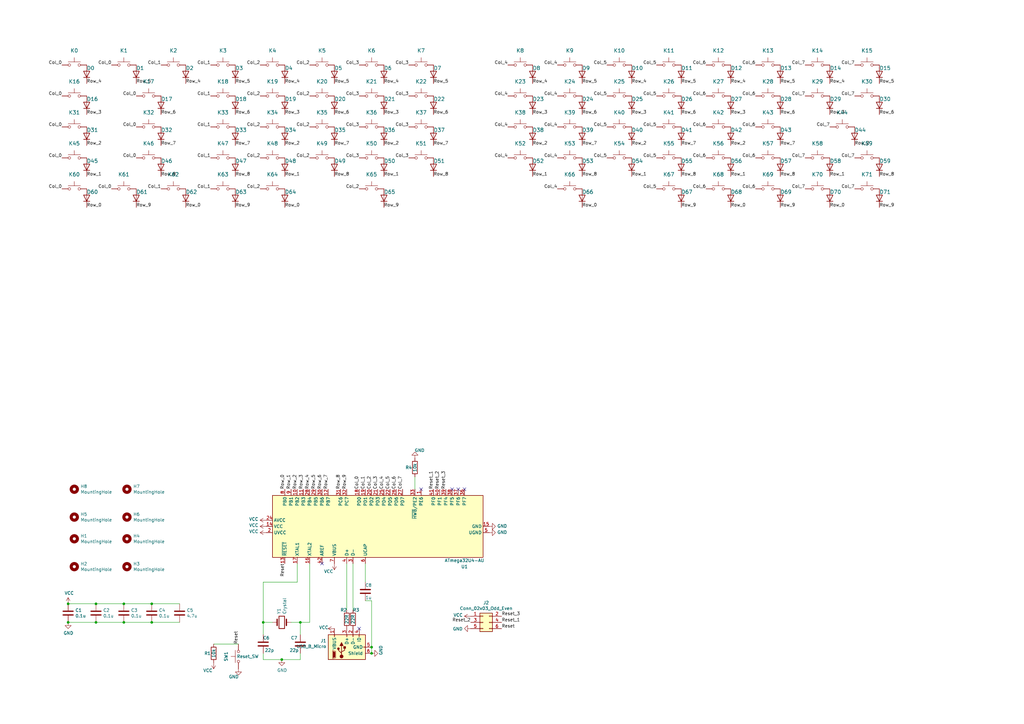
<source format=kicad_sch>
(kicad_sch (version 20211123) (generator eeschema)
  (paper "A3")
  (title_block (title "NetRazr_rev2") (date "2023-01-08 14:59") (comment 1 "Author: ") (comment 2 "Generated by klepcbgen.py v0.1"))
  (junction (at 39.37 255.27))
  (junction (at 50.8 247.65))
  (junction (at 62.23 255.27))
  (junction (at 27.94 255.27))
  (junction (at 123.19 255.27))
  (junction (at 152.4 267.97))
  (junction (at 27.94 247.65))
  (junction (at 107.95 255.27))
  (junction (at 62.23 247.65))
  (junction (at 50.8 255.27))
  (junction (at 152.4 265.43))
  (junction (at 39.37 247.65))
  (junction (at 115.57 270.51))
  (no_connect (at 190.5 200.66))
  (no_connect (at 189.23 -41.91))
  (no_connect (at 172.72 200.66))
  (no_connect (at 187.96 200.66))
  (no_connect (at 147.32 257.81))
  (no_connect (at 185.42 200.66))
  (no_connect (at 132.08 231.14))
  (wire (pts (xy 127 255.27) (xy 123.19 255.27)))
  (wire (pts (xy 121.92 238.76) (xy 107.95 238.76)))
  (wire (pts (xy 50.8 255.27) (xy 62.23 255.27)))
  (wire (pts (xy 144.78 250.19) (xy 144.78 231.14)))
  (wire (pts (xy 170.18 195.58) (xy 170.18 200.66)))
  (wire (pts (xy 152.4 267.97) (xy 152.4 265.43)))
  (wire (pts (xy 107.95 270.51) (xy 115.57 270.51)))
  (wire (pts (xy 62.23 255.27) (xy 73.66 255.27)))
  (wire (pts (xy 142.24 250.19) (xy 142.24 231.14)))
  (wire (pts (xy 152.4 246.38) (xy 149.86 246.38)))
  (wire (pts (xy 39.37 247.65) (xy 50.8 247.65)))
  (wire (pts (xy 121.92 231.14) (xy 121.92 238.76)))
  (wire (pts (xy 119.38 255.27) (xy 123.19 255.27)))
  (wire (pts (xy 127 231.14) (xy 127 255.27)))
  (wire (pts (xy 62.23 247.65) (xy 73.66 247.65)))
  (wire (pts (xy 152.4 265.43) (xy 152.4 246.38)))
  (wire (pts (xy 107.95 270.51) (xy 107.95 267.97)))
  (wire (pts (xy 123.19 270.51) (xy 123.19 267.97)))
  (wire (pts (xy 50.8 247.65) (xy 62.23 247.65)))
  (wire (pts (xy 39.37 255.27) (xy 50.8 255.27)))
  (wire (pts (xy 123.19 255.27) (xy 123.19 260.35)))
  (wire (pts (xy 27.94 255.27) (xy 39.37 255.27)))
  (wire (pts (xy 27.94 247.65) (xy 39.37 247.65)))
  (wire (pts (xy 107.95 260.35) (xy 107.95 255.27)))
  (wire (pts (xy 111.76 255.27) (xy 107.95 255.27)))
  (wire (pts (xy 115.57 270.51) (xy 123.19 270.51)))
  (wire (pts (xy 149.86 231.14) (xy 149.86 238.76)))
  (wire (pts (xy 87.63 264.16) (xy 97.79 264.16)))
  (wire (pts (xy 107.95 255.27) (xy 107.95 238.76)))
  (label "Col_4" (at 157.48 200.66 90))
  (label "Col_0" (at 45.72 77.47 180))
  (label "Row_8" (at 139.7 200.66 90))
  (label "Row_5" (at 55.88 34.29 0))
  (label "Row_4" (at 259.08 34.29 0))
  (label "Row_2" (at 350.52 59.69 0))
  (label "Row_5" (at 96.52 34.29 0))
  (label "Row_1" (at 299.72 72.39 0))
  (label "Reset_3" (at 205.74 252.73 0))
  (label "Row_6" (at 66.04 46.99 0))
  (label "Col_4" (at 228.6 52.07 180))
  (label "Col_4" (at 228.6 39.37 180))
  (label "Row_9" (at 279.4 85.09 0))
  (label "Col_1" (at 86.36 39.37 180))
  (label "Col_5" (at 269.24 64.77 180))
  (label "Row_6" (at 177.8 46.99 0))
  (label "Col_7" (at 330.2 26.67 180))
  (label "Col_2" (at 127 26.67 180))
  (label "Row_4" (at 116.84 34.29 0))
  (label "Col_2" (at 127 52.07 180))
  (label "Col_6" (at 289.56 39.37 180))
  (label "Row_1" (at 218.44 72.39 0))
  (label "Row_1" (at 157.48 72.39 0))
  (label "Row_9" (at 96.52 85.09 0))
  (label "Row_7" (at 320.04 59.69 0))
  (label "Col_7" (at 350.52 64.77 180))
  (label "Col_1" (at 86.36 77.47 180))
  (label "Row_8" (at 96.52 72.39 0))
  (label "Col_4" (at 208.28 64.77 180))
  (label "Row_1" (at 35.56 72.39 0))
  (label "Col_7" (at 330.2 77.47 180))
  (label "Row_0" (at 238.76 85.09 0))
  (label "Row_4" (at 299.72 34.29 0))
  (label "Row_6" (at 238.76 46.99 0))
  (label "Col_6" (at 309.88 64.77 180))
  (label "Row_0" (at 76.2 85.09 0))
  (label "Col_0" (at 147.32 200.66 90))
  (label "Col_3" (at 167.64 64.77 180))
  (label "Row_2" (at 116.84 59.69 0))
  (label "Row_0" (at 340.36 85.09 0))
  (label "Row_3" (at 299.72 46.99 0))
  (label "Col_6" (at 289.56 64.77 180))
  (label "Row_5" (at 360.68 34.29 0))
  (label "Col_7" (at 330.2 39.37 180))
  (label "Reset_1" (at 177.8 200.66 90))
  (label "Col_2" (at 127 64.77 180))
  (label "Row_2" (at 35.56 59.69 0))
  (label "Row_2" (at 259.08 59.69 0))
  (label "Row_1" (at 116.84 72.39 0))
  (label "Row_8" (at 66.04 72.39 0))
  (label "Col_7" (at 165.1 200.66 90))
  (label "Row_4" (at 157.48 34.29 0))
  (label "Row_0" (at 116.84 85.09 0))
  (label "Row_1" (at 119.38 200.66 90))
  (label "Col_0" (at 55.88 39.37 180))
  (label "Col_4" (at 228.6 77.47 180))
  (label "Col_6" (at 309.88 52.07 180))
  (label "Row_5" (at 177.8 34.29 0))
  (label "Row_7" (at 134.62 200.66 90))
  (label "Col_6" (at 309.88 26.67 180))
  (label "Col_1" (at 149.86 200.66 90))
  (label "Reset_1" (at 205.74 255.27 0))
  (label "Row_7" (at 177.8 59.69 0))
  (label "Reset_3" (at 182.88 200.66 90))
  (label "Row_8" (at 177.8 72.39 0))
  (label "Row_0" (at 116.84 200.66 90))
  (label "Row_2" (at 157.48 59.69 0))
  (label "Col_7" (at 340.36 52.07 180))
  (label "Row_2" (at 121.92 200.66 90))
  (label "Col_3" (at 167.64 26.67 180))
  (label "Row_5" (at 238.76 34.29 0))
  (label "Row_3" (at 157.48 46.99 0))
  (label "Col_3" (at 147.32 26.67 180))
  (label "Row_3" (at 218.44 46.99 0))
  (label "Row_1" (at 340.36 72.39 0))
  (label "Row_7" (at 137.16 59.69 0))
  (label "Col_5" (at 269.24 26.67 180))
  (label "Col_2" (at 106.68 77.47 180))
  (label "Row_6" (at 96.52 46.99 0))
  (label "Col_2" (at 106.68 39.37 180))
  (label "Reset_2" (at 193.04 255.27 180))
  (label "Col_6" (at 309.88 39.37 180))
  (label "Col_1" (at 86.36 64.77 180))
  (label "Col_5" (at 269.24 52.07 180))
  (label "Row_9" (at 320.04 85.09 0))
  (label "Row_5" (at 137.16 34.29 0))
  (label "Col_2" (at 147.32 77.47 180))
  (label "Col_3" (at 147.32 39.37 180))
  (label "Row_2" (at 218.44 59.69 0))
  (label "Row_7" (at 279.4 59.69 0))
  (label "Col_0" (at 25.4 64.77 180))
  (label "Col_6" (at 289.56 77.47 180))
  (label "Col_7" (at 350.52 26.67 180))
  (label "Row_3" (at 259.08 46.99 0))
  (label "Col_0" (at 25.4 52.07 180))
  (label "Row_6" (at 360.68 46.99 0))
  (label "Col_2" (at 106.68 52.07 180))
  (label "Row_4" (at 340.36 34.29 0))
  (label "Row_7" (at 238.76 59.69 0))
  (label "Col_4" (at 208.28 52.07 180))
  (label "Col_1" (at 86.36 26.67 180))
  (label "Row_4" (at 35.56 34.29 0))
  (label "Col_5" (at 248.92 64.77 180))
  (label "Col_1" (at 66.04 77.47 180))
  (label "Col_4" (at 208.28 39.37 180))
  (label "Row_1" (at 259.08 72.39 0))
  (label "Reset" (at 205.74 257.81 0))
  (label "Col_1" (at 66.04 26.67 180))
  (label "Col_4" (at 208.28 26.67 180))
  (label "Col_6" (at 289.56 52.07 180))
  (label "Row_8" (at 360.68 72.39 0))
  (label "Row_9" (at 360.68 85.09 0))
  (label "Row_6" (at 279.4 46.99 0))
  (label "Col_5" (at 269.24 77.47 180))
  (label "Col_1" (at 86.36 52.07 180))
  (label "Row_9" (at 55.88 85.09 0))
  (label "Reset" (at 116.84 231.14 270))
  (label "Col_3" (at 147.32 52.07 180))
  (label "Row_0" (at 299.72 85.09 0))
  (label "Row_8" (at 320.04 72.39 0))
  (label "Row_9" (at 142.24 200.66 90))
  (label "Col_2" (at 127 39.37 180))
  (label "Col_6" (at 289.56 26.67 180))
  (label "Col_3" (at 167.64 39.37 180))
  (label "Row_4" (at 218.44 34.29 0))
  (label "Col_5" (at 248.92 26.67 180))
  (label "Col_0" (at 25.4 77.47 180))
  (label "Col_0" (at 25.4 26.67 180))
  (label "Col_2" (at 152.4 200.66 90))
  (label "Row_7" (at 96.52 59.69 0))
  (label "Row_5" (at 320.04 34.29 0))
  (label "Row_4" (at 76.2 34.29 0))
  (label "Row_2" (at 299.72 59.69 0))
  (label "Col_7" (at 330.2 64.77 180))
  (label "Row_6" (at 137.16 46.99 0))
  (label "Col_6" (at 162.56 200.66 90))
  (label "Col_4" (at 228.6 64.77 180))
  (label "Col_6" (at 309.88 77.47 180))
  (label "Row_3" (at 124.46 200.66 90))
  (label "Col_0" (at 25.4 39.37 180))
  (label "Col_5" (at 248.92 39.37 180))
  (label "Row_5" (at 279.4 34.29 0))
  (label "Col_5" (at 269.24 39.37 180))
  (label "Col_7" (at 350.52 39.37 180))
  (label "Row_3" (at 116.84 46.99 0))
  (label "Col_5" (at 248.92 52.07 180))
  (label "Col_5" (at 160.02 200.66 90))
  (label "Row_4" (at 127 200.66 90))
  (label "Col_2" (at 106.68 26.67 180))
  (label "Row_6" (at 132.08 200.66 90))
  (label "Row_0" (at 35.56 85.09 0))
  (label "Col_3" (at 167.64 52.07 180))
  (label "Row_5" (at 129.54 200.66 90))
  (label "Row_6" (at 320.04 46.99 0))
  (label "Row_3" (at 35.56 46.99 0))
  (label "Row_7" (at 66.04 59.69 0))
  (label "Row_8" (at 279.4 72.39 0))
  (label "Row_3" (at 340.36 46.99 0))
  (label "Col_0" (at 45.72 26.67 180))
  (label "Col_7" (at 350.52 77.47 180))
  (label "Col_0" (at 55.88 52.07 180))
  (label "Row_8" (at 238.76 72.39 0))
  (label "Reset_2" (at 180.34 200.66 90))
  (label "Col_4" (at 228.6 26.67 180))
  (label "Row_9" (at 157.48 85.09 0))
  (label "Row_8" (at 137.16 72.39 0))
  (label "Col_3" (at 147.32 64.77 180))
  (label "Col_3" (at 154.94 200.66 90))
  (label "Reset" (at 97.79 264.16 90))
  (label "Col_0" (at 55.88 64.77 180))
  (label "Col_2" (at 106.68 64.77 180))
  (symbol (lib_id "Device:D") (at 259.08 30.48 90) (unit 1)
    (property "Reference" "D10" (at 259.08 27.94 90) (effects (font (size 1.524 1.524)) (justify right)))
    (property "Value" "D" (effects hide))
    (property "Footprint" "Diode_SMD:D_0805_2012Metric_Pad1.15x1.40mm_HandSolder" (effects hide))
  )
  (symbol (lib_id "Device:D") (at 279.4 30.48 90) (unit 1)
    (property "Reference" "D11" (at 279.4 27.94 90) (effects (font (size 1.524 1.524)) (justify right)))
    (property "Value" "D" (effects hide))
    (property "Footprint" "Diode_SMD:D_0805_2012Metric_Pad1.15x1.40mm_HandSolder" (effects hide))
  )
  (symbol (lib_id "Device:D") (at 299.72 30.48 90) (unit 1)
    (property "Reference" "D12" (at 299.72 27.94 90) (effects (font (size 1.524 1.524)) (justify right)))
    (property "Value" "D" (effects hide))
    (property "Footprint" "Diode_SMD:D_0805_2012Metric_Pad1.15x1.40mm_HandSolder" (effects hide))
  )
  (symbol (lib_id "Device:D") (at 320.04 30.48 90) (unit 1)
    (property "Reference" "D13" (at 320.04 27.94 90) (effects (font (size 1.524 1.524)) (justify right)))
    (property "Value" "D" (effects hide))
    (property "Footprint" "Diode_SMD:D_0805_2012Metric_Pad1.15x1.40mm_HandSolder" (effects hide))
  )
  (symbol (lib_id "Device:D") (at 340.36 30.48 90) (unit 1)
    (property "Reference" "D14" (at 340.36 27.94 90) (effects (font (size 1.524 1.524)) (justify right)))
    (property "Value" "D" (effects hide))
    (property "Footprint" "Diode_SMD:D_0805_2012Metric_Pad1.15x1.40mm_HandSolder" (effects hide))
  )
  (symbol (lib_id "Device:D") (at 360.68 30.48 90) (unit 1)
    (property "Reference" "D15" (at 360.68 27.94 90) (effects (font (size 1.524 1.524)) (justify right)))
    (property "Value" "D" (effects hide))
    (property "Footprint" "Diode_SMD:D_0805_2012Metric_Pad1.15x1.40mm_HandSolder" (effects hide))
  )
  (symbol (lib_id "Device:D") (at 35.56 43.18 90) (unit 1)
    (property "Reference" "D16" (at 35.56 40.64 90) (effects (font (size 1.524 1.524)) (justify right)))
    (property "Value" "D" (effects hide))
    (property "Footprint" "Diode_SMD:D_0805_2012Metric_Pad1.15x1.40mm_HandSolder" (effects hide))
  )
  (symbol (lib_id "Device:D") (at 66.04 43.18 90) (unit 1)
    (property "Reference" "D17" (at 66.04 40.64 90) (effects (font (size 1.524 1.524)) (justify right)))
    (property "Value" "D" (effects hide))
    (property "Footprint" "Diode_SMD:D_0805_2012Metric_Pad1.15x1.40mm_HandSolder" (effects hide))
  )
  (symbol (lib_id "Device:D") (at 96.52 43.18 90) (unit 1)
    (property "Reference" "D18" (at 96.52 40.64 90) (effects (font (size 1.524 1.524)) (justify right)))
    (property "Value" "D" (effects hide))
    (property "Footprint" "Diode_SMD:D_0805_2012Metric_Pad1.15x1.40mm_HandSolder" (effects hide))
  )
  (symbol (lib_id "Device:D") (at 116.84 43.18 90) (unit 1)
    (property "Reference" "D19" (at 116.84 40.64 90) (effects (font (size 1.524 1.524)) (justify right)))
    (property "Value" "D" (effects hide))
    (property "Footprint" "Diode_SMD:D_0805_2012Metric_Pad1.15x1.40mm_HandSolder" (effects hide))
  )
  (symbol (lib_id "Device:D") (at 137.16 43.18 90) (unit 1)
    (property "Reference" "D20" (at 137.16 40.64 90) (effects (font (size 1.524 1.524)) (justify right)))
    (property "Value" "D" (effects hide))
    (property "Footprint" "Diode_SMD:D_0805_2012Metric_Pad1.15x1.40mm_HandSolder" (effects hide))
  )
  (symbol (lib_id "Device:D") (at 157.48 43.18 90) (unit 1)
    (property "Reference" "D21" (at 157.48 40.64 90) (effects (font (size 1.524 1.524)) (justify right)))
    (property "Value" "D" (effects hide))
    (property "Footprint" "Diode_SMD:D_0805_2012Metric_Pad1.15x1.40mm_HandSolder" (effects hide))
  )
  (symbol (lib_id "Device:D") (at 177.8 43.18 90) (unit 1)
    (property "Reference" "D22" (at 177.8 40.64 90) (effects (font (size 1.524 1.524)) (justify right)))
    (property "Value" "D" (effects hide))
    (property "Footprint" "Diode_SMD:D_0805_2012Metric_Pad1.15x1.40mm_HandSolder" (effects hide))
  )
  (symbol (lib_id "Device:D") (at 218.44 43.18 90) (unit 1)
    (property "Reference" "D23" (at 218.44 40.64 90) (effects (font (size 1.524 1.524)) (justify right)))
    (property "Value" "D" (effects hide))
    (property "Footprint" "Diode_SMD:D_0805_2012Metric_Pad1.15x1.40mm_HandSolder" (effects hide))
  )
  (symbol (lib_id "Device:D") (at 238.76 43.18 90) (unit 1)
    (property "Reference" "D24" (at 238.76 40.64 90) (effects (font (size 1.524 1.524)) (justify right)))
    (property "Value" "D" (effects hide))
    (property "Footprint" "Diode_SMD:D_0805_2012Metric_Pad1.15x1.40mm_HandSolder" (effects hide))
  )
  (symbol (lib_id "Device:D") (at 259.08 43.18 90) (unit 1)
    (property "Reference" "D25" (at 259.08 40.64 90) (effects (font (size 1.524 1.524)) (justify right)))
    (property "Value" "D" (effects hide))
    (property "Footprint" "Diode_SMD:D_0805_2012Metric_Pad1.15x1.40mm_HandSolder" (effects hide))
  )
  (symbol (lib_id "Device:D") (at 279.4 43.18 90) (unit 1)
    (property "Reference" "D26" (at 279.4 40.64 90) (effects (font (size 1.524 1.524)) (justify right)))
    (property "Value" "D" (effects hide))
    (property "Footprint" "Diode_SMD:D_0805_2012Metric_Pad1.15x1.40mm_HandSolder" (effects hide))
  )
  (symbol (lib_id "Device:D") (at 299.72 43.18 90) (unit 1)
    (property "Reference" "D27" (at 299.72 40.64 90) (effects (font (size 1.524 1.524)) (justify right)))
    (property "Value" "D" (effects hide))
    (property "Footprint" "Diode_SMD:D_0805_2012Metric_Pad1.15x1.40mm_HandSolder" (effects hide))
  )
  (symbol (lib_id "Device:D") (at 320.04 43.18 90) (unit 1)
    (property "Reference" "D28" (at 320.04 40.64 90) (effects (font (size 1.524 1.524)) (justify right)))
    (property "Value" "D" (effects hide))
    (property "Footprint" "Diode_SMD:D_0805_2012Metric_Pad1.15x1.40mm_HandSolder" (effects hide))
  )
  (symbol (lib_id "Device:D") (at 340.36 43.18 90) (unit 1)
    (property "Reference" "D29" (at 340.36 40.64 90) (effects (font (size 1.524 1.524)) (justify right)))
    (property "Value" "D" (effects hide))
    (property "Footprint" "Diode_SMD:D_0805_2012Metric_Pad1.15x1.40mm_HandSolder" (effects hide))
  )
  (symbol (lib_id "Device:D") (at 360.68 43.18 90) (unit 1)
    (property "Reference" "D30" (at 360.68 40.64 90) (effects (font (size 1.524 1.524)) (justify right)))
    (property "Value" "D" (effects hide))
    (property "Footprint" "Diode_SMD:D_0805_2012Metric_Pad1.15x1.40mm_HandSolder" (effects hide))
  )
  (symbol (lib_id "Device:D") (at 35.56 55.88 90) (unit 1)
    (property "Reference" "D31" (at 35.56 53.34 90) (effects (font (size 1.524 1.524)) (justify right)))
    (property "Value" "D" (effects hide))
    (property "Footprint" "Diode_SMD:D_0805_2012Metric_Pad1.15x1.40mm_HandSolder" (effects hide))
  )
  (symbol (lib_id "Device:D") (at 66.04 55.88 90) (unit 1)
    (property "Reference" "D32" (at 66.04 53.34 90) (effects (font (size 1.524 1.524)) (justify right)))
    (property "Value" "D" (effects hide))
    (property "Footprint" "Diode_SMD:D_0805_2012Metric_Pad1.15x1.40mm_HandSolder" (effects hide))
  )
  (symbol (lib_id "Device:D") (at 96.52 55.88 90) (unit 1)
    (property "Reference" "D33" (at 96.52 53.34 90) (effects (font (size 1.524 1.524)) (justify right)))
    (property "Value" "D" (effects hide))
    (property "Footprint" "Diode_SMD:D_0805_2012Metric_Pad1.15x1.40mm_HandSolder" (effects hide))
  )
  (symbol (lib_id "Device:D") (at 116.84 55.88 90) (unit 1)
    (property "Reference" "D34" (at 116.84 53.34 90) (effects (font (size 1.524 1.524)) (justify right)))
    (property "Value" "D" (effects hide))
    (property "Footprint" "Diode_SMD:D_0805_2012Metric_Pad1.15x1.40mm_HandSolder" (effects hide))
  )
  (symbol (lib_id "Device:D") (at 137.16 55.88 90) (unit 1)
    (property "Reference" "D35" (at 137.16 53.34 90) (effects (font (size 1.524 1.524)) (justify right)))
    (property "Value" "D" (effects hide))
    (property "Footprint" "Diode_SMD:D_0805_2012Metric_Pad1.15x1.40mm_HandSolder" (effects hide))
  )
  (symbol (lib_id "Device:D") (at 157.48 55.88 90) (unit 1)
    (property "Reference" "D36" (at 157.48 53.34 90) (effects (font (size 1.524 1.524)) (justify right)))
    (property "Value" "D" (effects hide))
    (property "Footprint" "Diode_SMD:D_0805_2012Metric_Pad1.15x1.40mm_HandSolder" (effects hide))
  )
  (symbol (lib_id "Device:D") (at 177.8 55.88 90) (unit 1)
    (property "Reference" "D37" (at 177.8 53.34 90) (effects (font (size 1.524 1.524)) (justify right)))
    (property "Value" "D" (effects hide))
    (property "Footprint" "Diode_SMD:D_0805_2012Metric_Pad1.15x1.40mm_HandSolder" (effects hide))
  )
  (symbol (lib_id "Device:D") (at 218.44 55.88 90) (unit 1)
    (property "Reference" "D38" (at 218.44 53.34 90) (effects (font (size 1.524 1.524)) (justify right)))
    (property "Value" "D" (effects hide))
    (property "Footprint" "Diode_SMD:D_0805_2012Metric_Pad1.15x1.40mm_HandSolder" (effects hide))
  )
  (symbol (lib_id "Device:D") (at 238.76 55.88 90) (unit 1)
    (property "Reference" "D39" (at 238.76 53.34 90) (effects (font (size 1.524 1.524)) (justify right)))
    (property "Value" "D" (effects hide))
    (property "Footprint" "Diode_SMD:D_0805_2012Metric_Pad1.15x1.40mm_HandSolder" (effects hide))
  )
  (symbol (lib_id "Device:D") (at 259.08 55.88 90) (unit 1)
    (property "Reference" "D40" (at 259.08 53.34 90) (effects (font (size 1.524 1.524)) (justify right)))
    (property "Value" "D" (effects hide))
    (property "Footprint" "Diode_SMD:D_0805_2012Metric_Pad1.15x1.40mm_HandSolder" (effects hide))
  )
  (symbol (lib_id "Device:D") (at 279.4 55.88 90) (unit 1)
    (property "Reference" "D41" (at 279.4 53.34 90) (effects (font (size 1.524 1.524)) (justify right)))
    (property "Value" "D" (effects hide))
    (property "Footprint" "Diode_SMD:D_0805_2012Metric_Pad1.15x1.40mm_HandSolder" (effects hide))
  )
  (symbol (lib_id "Device:D") (at 299.72 55.88 90) (unit 1)
    (property "Reference" "D42" (at 299.72 53.34 90) (effects (font (size 1.524 1.524)) (justify right)))
    (property "Value" "D" (effects hide))
    (property "Footprint" "Diode_SMD:D_0805_2012Metric_Pad1.15x1.40mm_HandSolder" (effects hide))
  )
  (symbol (lib_id "Device:D") (at 320.04 55.88 90) (unit 1)
    (property "Reference" "D43" (at 320.04 53.34 90) (effects (font (size 1.524 1.524)) (justify right)))
    (property "Value" "D" (effects hide))
    (property "Footprint" "Diode_SMD:D_0805_2012Metric_Pad1.15x1.40mm_HandSolder" (effects hide))
  )
  (symbol (lib_id "Device:D") (at 350.52 55.88 90) (unit 1)
    (property "Reference" "D44" (at 350.52 53.34 90) (effects (font (size 1.524 1.524)) (justify right)))
    (property "Value" "D" (effects hide))
    (property "Footprint" "Diode_SMD:D_0805_2012Metric_Pad1.15x1.40mm_HandSolder" (effects hide))
  )
  (symbol (lib_id "Device:D") (at 35.56 68.58 90) (unit 1)
    (property "Reference" "D45" (at 35.56 66.04 90) (effects (font (size 1.524 1.524)) (justify right)))
    (property "Value" "D" (effects hide))
    (property "Footprint" "Diode_SMD:D_0805_2012Metric_Pad1.15x1.40mm_HandSolder" (effects hide))
  )
  (symbol (lib_id "Device:D") (at 66.04 68.58 90) (unit 1)
    (property "Reference" "D46" (at 66.04 66.04 90) (effects (font (size 1.524 1.524)) (justify right)))
    (property "Value" "D" (effects hide))
    (property "Footprint" "Diode_SMD:D_0805_2012Metric_Pad1.15x1.40mm_HandSolder" (effects hide))
  )
  (symbol (lib_id "Device:D") (at 96.52 68.58 90) (unit 1)
    (property "Reference" "D47" (at 96.52 66.04 90) (effects (font (size 1.524 1.524)) (justify right)))
    (property "Value" "D" (effects hide))
    (property "Footprint" "Diode_SMD:D_0805_2012Metric_Pad1.15x1.40mm_HandSolder" (effects hide))
  )
  (symbol (lib_id "Device:D") (at 116.84 68.58 90) (unit 1)
    (property "Reference" "D48" (at 116.84 66.04 90) (effects (font (size 1.524 1.524)) (justify right)))
    (property "Value" "D" (effects hide))
    (property "Footprint" "Diode_SMD:D_0805_2012Metric_Pad1.15x1.40mm_HandSolder" (effects hide))
  )
  (symbol (lib_id "Device:D") (at 137.16 68.58 90) (unit 1)
    (property "Reference" "D49" (at 137.16 66.04 90) (effects (font (size 1.524 1.524)) (justify right)))
    (property "Value" "D" (effects hide))
    (property "Footprint" "Diode_SMD:D_0805_2012Metric_Pad1.15x1.40mm_HandSolder" (effects hide))
  )
  (symbol (lib_id "Device:D") (at 157.48 68.58 90) (unit 1)
    (property "Reference" "D50" (at 157.48 66.04 90) (effects (font (size 1.524 1.524)) (justify right)))
    (property "Value" "D" (effects hide))
    (property "Footprint" "Diode_SMD:D_0805_2012Metric_Pad1.15x1.40mm_HandSolder" (effects hide))
  )
  (symbol (lib_id "Device:D") (at 177.8 68.58 90) (unit 1)
    (property "Reference" "D51" (at 177.8 66.04 90) (effects (font (size 1.524 1.524)) (justify right)))
    (property "Value" "D" (effects hide))
    (property "Footprint" "Diode_SMD:D_0805_2012Metric_Pad1.15x1.40mm_HandSolder" (effects hide))
  )
  (symbol (lib_id "Device:D") (at 218.44 68.58 90) (unit 1)
    (property "Reference" "D52" (at 218.44 66.04 90) (effects (font (size 1.524 1.524)) (justify right)))
    (property "Value" "D" (effects hide))
    (property "Footprint" "Diode_SMD:D_0805_2012Metric_Pad1.15x1.40mm_HandSolder" (effects hide))
  )
  (symbol (lib_id "Device:D") (at 238.76 68.58 90) (unit 1)
    (property "Reference" "D53" (at 238.76 66.04 90) (effects (font (size 1.524 1.524)) (justify right)))
    (property "Value" "D" (effects hide))
    (property "Footprint" "Diode_SMD:D_0805_2012Metric_Pad1.15x1.40mm_HandSolder" (effects hide))
  )
  (symbol (lib_id "Device:D") (at 259.08 68.58 90) (unit 1)
    (property "Reference" "D54" (at 259.08 66.04 90) (effects (font (size 1.524 1.524)) (justify right)))
    (property "Value" "D" (effects hide))
    (property "Footprint" "Diode_SMD:D_0805_2012Metric_Pad1.15x1.40mm_HandSolder" (effects hide))
  )
  (symbol (lib_id "Device:D") (at 279.4 68.58 90) (unit 1)
    (property "Reference" "D55" (at 279.4 66.04 90) (effects (font (size 1.524 1.524)) (justify right)))
    (property "Value" "D" (effects hide))
    (property "Footprint" "Diode_SMD:D_0805_2012Metric_Pad1.15x1.40mm_HandSolder" (effects hide))
  )
  (symbol (lib_id "Device:D") (at 299.72 68.58 90) (unit 1)
    (property "Reference" "D56" (at 299.72 66.04 90) (effects (font (size 1.524 1.524)) (justify right)))
    (property "Value" "D" (effects hide))
    (property "Footprint" "Diode_SMD:D_0805_2012Metric_Pad1.15x1.40mm_HandSolder" (effects hide))
  )
  (symbol (lib_id "Device:D") (at 320.04 68.58 90) (unit 1)
    (property "Reference" "D57" (at 320.04 66.04 90) (effects (font (size 1.524 1.524)) (justify right)))
    (property "Value" "D" (effects hide))
    (property "Footprint" "Diode_SMD:D_0805_2012Metric_Pad1.15x1.40mm_HandSolder" (effects hide))
  )
  (symbol (lib_id "Device:D") (at 340.36 68.58 90) (unit 1)
    (property "Reference" "D58" (at 340.36 66.04 90) (effects (font (size 1.524 1.524)) (justify right)))
    (property "Value" "D" (effects hide))
    (property "Footprint" "Diode_SMD:D_0805_2012Metric_Pad1.15x1.40mm_HandSolder" (effects hide))
  )
  (symbol (lib_id "Device:D") (at 360.68 68.58 90) (unit 1)
    (property "Reference" "D59" (at 360.68 66.04 90) (effects (font (size 1.524 1.524)) (justify right)))
    (property "Value" "D" (effects hide))
    (property "Footprint" "Diode_SMD:D_0805_2012Metric_Pad1.15x1.40mm_HandSolder" (effects hide))
  )
  (symbol (lib_id "Device:D") (at 35.56 81.28 90) (unit 1)
    (property "Reference" "D60" (at 35.56 78.74 90) (effects (font (size 1.524 1.524)) (justify right)))
    (property "Value" "D" (effects hide))
    (property "Footprint" "Diode_SMD:D_0805_2012Metric_Pad1.15x1.40mm_HandSolder" (effects hide))
  )
  (symbol (lib_id "Device:D") (at 55.88 81.28 90) (unit 1)
    (property "Reference" "D61" (at 55.88 78.74 90) (effects (font (size 1.524 1.524)) (justify right)))
    (property "Value" "D" (effects hide))
    (property "Footprint" "Diode_SMD:D_0805_2012Metric_Pad1.15x1.40mm_HandSolder" (effects hide))
  )
  (symbol (lib_id "Device:D") (at 76.2 81.28 90) (unit 1)
    (property "Reference" "D62" (at 76.2 78.74 90) (effects (font (size 1.524 1.524)) (justify right)))
    (property "Value" "D" (effects hide))
    (property "Footprint" "Diode_SMD:D_0805_2012Metric_Pad1.15x1.40mm_HandSolder" (effects hide))
  )
  (symbol (lib_id "Device:D") (at 96.52 81.28 90) (unit 1)
    (property "Reference" "D63" (at 96.52 78.74 90) (effects (font (size 1.524 1.524)) (justify right)))
    (property "Value" "D" (effects hide))
    (property "Footprint" "Diode_SMD:D_0805_2012Metric_Pad1.15x1.40mm_HandSolder" (effects hide))
  )
  (symbol (lib_id "Device:D") (at 116.84 81.28 90) (unit 1)
    (property "Reference" "D64" (at 116.84 78.74 90) (effects (font (size 1.524 1.524)) (justify right)))
    (property "Value" "D" (effects hide))
    (property "Footprint" "Diode_SMD:D_0805_2012Metric_Pad1.15x1.40mm_HandSolder" (effects hide))
  )
  (symbol (lib_id "Device:D") (at 157.48 81.28 90) (unit 1)
    (property "Reference" "D65" (at 157.48 78.74 90) (effects (font (size 1.524 1.524)) (justify right)))
    (property "Value" "D" (effects hide))
    (property "Footprint" "Diode_SMD:D_0805_2012Metric_Pad1.15x1.40mm_HandSolder" (effects hide))
  )
  (symbol (lib_id "Device:D") (at 238.76 81.28 90) (unit 1)
    (property "Reference" "D66" (at 238.76 78.74 90) (effects (font (size 1.524 1.524)) (justify right)))
    (property "Value" "D" (effects hide))
    (property "Footprint" "Diode_SMD:D_0805_2012Metric_Pad1.15x1.40mm_HandSolder" (effects hide))
  )
  (symbol (lib_id "Device:D") (at 279.4 81.28 90) (unit 1)
    (property "Reference" "D67" (at 279.4 78.74 90) (effects (font (size 1.524 1.524)) (justify right)))
    (property "Value" "D" (effects hide))
    (property "Footprint" "Diode_SMD:D_0805_2012Metric_Pad1.15x1.40mm_HandSolder" (effects hide))
  )
  (symbol (lib_id "Device:D") (at 299.72 81.28 90) (unit 1)
    (property "Reference" "D68" (at 299.72 78.74 90) (effects (font (size 1.524 1.524)) (justify right)))
    (property "Value" "D" (effects hide))
    (property "Footprint" "Diode_SMD:D_0805_2012Metric_Pad1.15x1.40mm_HandSolder" (effects hide))
  )
  (symbol (lib_id "Device:D") (at 320.04 81.28 90) (unit 1)
    (property "Reference" "D69" (at 320.04 78.74 90) (effects (font (size 1.524 1.524)) (justify right)))
    (property "Value" "D" (effects hide))
    (property "Footprint" "Diode_SMD:D_0805_2012Metric_Pad1.15x1.40mm_HandSolder" (effects hide))
  )
  (symbol (lib_id "Device:D") (at 340.36 81.28 90) (unit 1)
    (property "Reference" "D70" (at 340.36 78.74 90) (effects (font (size 1.524 1.524)) (justify right)))
    (property "Value" "D" (effects hide))
    (property "Footprint" "Diode_SMD:D_0805_2012Metric_Pad1.15x1.40mm_HandSolder" (effects hide))
  )
  (symbol (lib_id "Device:D") (at 360.68 81.28 90) (unit 1)
    (property "Reference" "D71" (at 360.68 78.74 90) (effects (font (size 1.524 1.524)) (justify right)))
    (property "Value" "D" (effects hide))
    (property "Footprint" "Diode_SMD:D_0805_2012Metric_Pad1.15x1.40mm_HandSolder" (effects hide))
  )
  (symbol (lib_id "power:GND") (at 115.57 270.51 0) (unit 1)
    (property "Reference" "#PWR0101" (effects hide))
    (property "Value" "GND" (at 115.697 274.9042 0))
  )
  (symbol (lib_id "power:GND") (at 27.94 255.27 0) (unit 1)
    (property "Reference" "#PWR0102" (effects hide))
    (property "Value" "GND" (at 28.067 259.6642 0))
  )
  (symbol (lib_id "power:VCC") (at 27.94 247.65 0) (unit 1)
    (property "Reference" "#PWR0103" (effects hide))
    (property "Value" "VCC" (at 28.3718 243.2558 0))
  )
  (symbol (lib_id "power:VCC") (at 87.63 271.78 180) (unit 1)
    (property "Reference" "#PWR0104" (effects hide))
    (property "Value" "VCC" (at 87.1728 275.0058 0) (effects (justify left)))
  )
  (symbol (lib_id "power:GND") (at 97.79 274.32 0) (unit 1)
    (property "Reference" "#PWR0105" (effects hide))
    (property "Value" "GND" (at 97.917 277.5712 0) (effects (justify right)))
  )
  (symbol (lib_id "power:GND") (at 170.18 187.96 180) (unit 1)
    (property "Reference" "#PWR0106" (effects hide))
    (property "Value" "GND" (at 170.053 184.7088 0) (effects (justify right)))
  )
  (symbol (lib_id "Device:C") (at 149.86 242.57 0) (unit 1)
    (property "Reference" "C8" (at 151.13 240.03 0))
    (property "Value" "1u" (at 151.13 245.11 0))
    (property "Footprint" "Capacitor_SMD:C_0805_2012Metric_Pad1.15x1.40mm_HandSolder" (effects hide))
  )
  (symbol (lib_id "power:GND") (at 152.4 267.97 90) (unit 1)
    (property "Reference" "#PWR0107" (effects hide))
    (property "Value" "GND" (at 156.21 266.7 0))
  )
  (symbol (lib_id "power:VCC") (at 109.22 213.36 90) (unit 1)
    (property "Reference" "#PWR0108" (effects hide))
    (property "Value" "VCC" (at 105.9688 212.9282 90) (effects (justify left)))
  )
  (symbol (lib_id "Mechanical:MountingHole") (at 30.48 232.41 0) (unit 1)
    (property "Reference" "H2" (at 33.02 231.2416 0) (effects (justify left)))
    (property "Value" "MountingHole" (at 33.02 233.553 0) (effects (justify left)))
    (property "Footprint" "MountingHole:MountingHole_3.2mm_M3_DIN965" (effects hide))
  )
  (symbol (lib_id "Mechanical:MountingHole") (at 30.48 220.98 0) (unit 1)
    (property "Reference" "H1" (at 33.02 219.8116 0) (effects (justify left)))
    (property "Value" "MountingHole" (at 33.02 222.123 0) (effects (justify left)))
    (property "Footprint" "MountingHole:MountingHole_3.2mm_M3_DIN965" (effects hide))
  )
  (symbol (lib_id "power:VCC") (at 109.22 215.9 90) (unit 1)
    (property "Reference" "#PWR0110" (effects hide))
    (property "Value" "VCC" (at 105.9942 215.4428 90) (effects (justify left)))
  )
  (symbol (lib_id "Mechanical:MountingHole") (at 52.07 220.98 0) (unit 1)
    (property "Reference" "H4" (at 54.61 219.8116 0) (effects (justify left)))
    (property "Value" "MountingHole" (at 54.61 222.123 0) (effects (justify left)))
    (property "Footprint" "MountingHole:MountingHole_3.2mm_M3_DIN965" (effects hide))
  )
  (symbol (lib_id "power:GND") (at 200.66 215.9 90) (unit 1)
    (property "Reference" "#PWR0111" (effects hide))
    (property "Value" "GND" (at 203.9112 215.773 90) (effects (justify right)))
  )
  (symbol (lib_id "Mechanical:MountingHole") (at 52.07 232.41 0) (unit 1)
    (property "Reference" "H3" (at 54.61 231.2416 0) (effects (justify left)))
    (property "Value" "MountingHole" (at 54.61 233.553 0) (effects (justify left)))
    (property "Footprint" "MountingHole:MountingHole_3.2mm_M3_DIN965" (effects hide))
  )
  (symbol (lib_id "power:GND") (at 200.66 218.44 90) (unit 1)
    (property "Reference" "#PWR0113" (effects hide))
    (property "Value" "GND" (at 203.9112 218.313 90) (effects (justify right)))
  )
  (symbol (lib_id "power:VCC") (at 137.16 231.14 180) (unit 1)
    (property "Reference" "#PWR0116" (effects hide))
    (property "Value" "VCC" (at 136.7028 234.3658 0) (effects (justify left)))
  )
  (symbol (lib_id "MCU_Microchip_ATmega:ATmega32U4-A") (at 154.94 215.9 90) (unit 1)
    (property "Reference" "U1" (at 190.5 232.41 90))
    (property "Value" "ATmega32U4-AU" (at 190.5 229.87 90))
    (property "Footprint" "Package_QFP:TQFP-44_10x10mm_P0.8mm" (effects hide))
    (property "Datasheet" "http://ww1.microchip.com/downloads/en/DeviceDoc/Atmel-7766-8-bit-AVR-ATmega16U4-32U4_Datasheet.pdf" (effects hide))
  )
  (symbol (lib_id "power:VCC") (at 109.22 218.44 90) (unit 1)
    (property "Reference" "#PWR01" (effects hide))
    (property "Value" "VCC" (at 105.9942 217.9828 90) (effects (justify left)))
  )
  (symbol (lib_id "Device:R") (at 142.24 254 0) (unit 1)
    (property "Reference" "R2" (at 140.97 250.19 0))
    (property "Value" "22R" (at 142.24 254 90))
    (property "Footprint" "Resistor_SMD:R_0805_2012Metric_Pad1.15x1.40mm_HandSolder" (effects hide))
  )
  (symbol (lib_id "Device:R") (at 144.78 254 0) (unit 1)
    (property "Reference" "R3" (at 146.05 250.19 0))
    (property "Value" "22R" (at 144.78 254 90))
    (property "Footprint" "Resistor_SMD:R_0805_2012Metric_Pad1.15x1.40mm_HandSolder" (effects hide))
  )
  (symbol (lib_id "Device:R") (at 170.18 191.77 0) (unit 1)
    (property "Reference" "R4" (at 167.64 191.77 0))
    (property "Value" "10k" (at 170.18 191.77 90))
    (property "Footprint" "Resistor_SMD:R_0805_2012Metric_Pad1.15x1.40mm_HandSolder" (effects hide))
  )
  (symbol (lib_id "Device:R") (at 87.63 267.97 0) (unit 1)
    (property "Reference" "R1" (at 85.09 267.97 0))
    (property "Value" "10k" (at 87.63 267.97 90))
    (property "Footprint" "Resistor_SMD:R_0805_2012Metric_Pad1.15x1.40mm_HandSolder" (effects hide))
  )
  (symbol (lib_id "Switch:SW_Push") (at 97.79 269.24 90) (unit 1)
    (property "Reference" "SW1" (at 92.71 269.24 0))
    (property "Value" "Reset_SW" (at 101.6 269.24 90))
    (property "Footprint" "Button_Switch_SMD:SW_Push_1P1T_NO_6x6mm_H9.5mm" (effects hide))
  )
  (symbol (lib_id "Device:C") (at 27.94 251.46 0) (unit 1)
    (property "Reference" "C1" (at 30.861 250.2916 0) (effects (justify left)))
    (property "Value" "0.1u" (at 30.861 252.603 0) (effects (justify left)))
    (property "Footprint" "Capacitor_SMD:C_0805_2012Metric_Pad1.15x1.40mm_HandSolder" (effects hide))
  )
  (symbol (lib_id "Device:C") (at 39.37 251.46 0) (unit 1)
    (property "Reference" "C2" (at 42.291 250.2916 0) (effects (justify left)))
    (property "Value" "0.1u" (at 42.291 252.603 0) (effects (justify left)))
    (property "Footprint" "Capacitor_SMD:C_0805_2012Metric_Pad1.15x1.40mm_HandSolder" (effects hide))
  )
  (symbol (lib_id "Device:C") (at 50.8 251.46 0) (unit 1)
    (property "Reference" "C3" (at 53.721 250.2916 0) (effects (justify left)))
    (property "Value" "0.1u" (at 53.721 252.603 0) (effects (justify left)))
    (property "Footprint" "Capacitor_SMD:C_0805_2012Metric_Pad1.15x1.40mm_HandSolder" (effects hide))
  )
  (symbol (lib_id "Device:C") (at 62.23 251.46 0) (unit 1)
    (property "Reference" "C4" (at 65.151 250.2916 0) (effects (justify left)))
    (property "Value" "0.1u" (at 65.151 252.603 0) (effects (justify left)))
    (property "Footprint" "Capacitor_SMD:C_0805_2012Metric_Pad1.15x1.40mm_HandSolder" (effects hide))
  )
  (symbol (lib_id "Device:C") (at 73.66 251.46 0) (unit 1)
    (property "Reference" "C5" (at 76.581 250.2916 0) (effects (justify left)))
    (property "Value" "4.7u" (at 76.581 252.603 0) (effects (justify left)))
    (property "Footprint" "Capacitor_SMD:C_0805_2012Metric_Pad1.15x1.40mm_HandSolder" (effects hide))
  )
  (symbol (lib_id "Device:C") (at 123.19 264.16 0) (unit 1)
    (property "Reference" "C7" (at 120.65 261.62 0))
    (property "Value" "22p" (at 120.65 266.7 0))
    (property "Footprint" "Capacitor_SMD:C_0805_2012Metric_Pad1.15x1.40mm_HandSolder" (effects hide))
  )
  (symbol (lib_id "Device:C") (at 107.95 264.16 0) (unit 1)
    (property "Reference" "C6" (at 109.22 261.62 0))
    (property "Value" "22p" (at 110.49 266.7 0))
    (property "Footprint" "Capacitor_SMD:C_0805_2012Metric_Pad1.15x1.40mm_HandSolder" (effects hide))
  )
  (symbol (lib_id "Device:Crystal") (at 115.57 255.27 0) (unit 1)
    (property "Reference" "Y1" (at 114.4016 251.9426 90) (effects (justify left)))
    (property "Value" "Crystal" (at 116.713 251.9426 90) (effects (justify left)))
    (property "Footprint" "Crystal:Crystal_SMD_5032-2Pin_5.0x3.2mm_HandSoldering" (effects hide))
  )
  (symbol (lib_id "power:VCC") (at 137.16 257.81 90) (unit 1)
    (property "Reference" "#PWR0117" (effects hide))
    (property "Value" "VCC" (at 132.7658 257.3782 90))
  )
  (symbol (lib_id "Connector_Generic:Conn_02x03_Odd_Even") (at 198.12 255.27 0) (unit 1)
    (property "Reference" "J2" (at 199.39 247.2182 0))
    (property "Value" "Conn_02x03_Odd_Even" (at 199.39 249.5296 0))
    (property "Footprint" "Connector_PinHeader_2.54mm:PinHeader_2x03_P2.54mm_Vertical" (effects hide))
  )
  (symbol (lib_id "power:VCC") (at 193.04 252.73 90) (unit 1)
    (property "Reference" "#PWR0109" (effects hide))
    (property "Value" "VCC" (at 189.8142 252.2728 90) (effects (justify left)))
  )
  (symbol (lib_id "power:GND") (at 193.04 257.81 270) (unit 1)
    (property "Reference" "#PWR0112" (effects hide))
    (property "Value" "GND" (at 189.7888 257.937 90) (effects (justify right)))
  )
  (symbol (lib_id "Connector:USB_B_Micro") (at 142.24 265.43 90) (unit 1)
    (property "Reference" "J1" (at 133.858 262.8138 90) (effects (justify left)))
    (property "Value" "USB_B_Micro" (at 133.858 265.1252 90) (effects (justify left)))
    (property "Footprint" "Connector_USB:USB_Micro-B_Wuerth_629105150521_CircularHoles" (effects hide))
  )
  (symbol (lib_id "Switch:SW_Push") (at 132.08 64.77 0) (unit 1)
    (property "Reference" "K49" (at 132.08 58.8518 0) (effects (font (size 1.524 1.524))))
    (property "Value" "C" (effects hide))
    (property "Footprint" "Kailh_Choc:Kailh_socket_PG1350" (effects hide))
  )
  (symbol (lib_id "Device:D") (at 157.48 30.48 90) (unit 1)
    (property "Reference" "D6" (at 157.48 27.94 90) (effects (font (size 1.524 1.524)) (justify right)))
    (property "Value" "D" (effects hide))
    (property "Footprint" "Diode_SMD:D_0805_2012Metric_Pad1.15x1.40mm_HandSolder" (effects hide))
  )
  (symbol (lib_id "Switch:SW_Push") (at 172.72 26.67 0) (unit 1)
    (property "Reference" "K7" (at 172.72 20.7518 0) (effects (font (size 1.524 1.524))))
    (property "Value" "%,,f5,,,,,,,5" (effects hide))
    (property "Footprint" "Kailh_Choc:Kailh_socket_PG1350" (effects hide))
  )
  (symbol (lib_id "Switch:SW_Push") (at 254 64.77 0) (unit 1)
    (property "Reference" "K54" (at 254 58.8518 0) (effects (font (size 1.524 1.524))))
    (property "Value" "<,,,,,,,,,," (effects hide))
    (property "Footprint" "Kailh_Choc:Kailh_socket_PG1350" (effects hide))
  )
  (symbol (lib_id "Switch:SW_Push") (at 152.4 77.47 0) (unit 1)
    (property "Reference" "K65" (at 152.4 71.5518 0) (effects (font (size 1.524 1.524))))
    (property "Value" "LSPACE" (effects hide))
    (property "Footprint" "Kailh_Choc:Kailh_socket_PG1350" (effects hide))
  )
  (symbol (lib_id "Switch:SW_Push") (at 172.72 39.37 0) (unit 1)
    (property "Reference" "K22" (at 172.72 33.4518 0) (effects (font (size 1.524 1.524))))
    (property "Value" "T" (effects hide))
    (property "Footprint" "Kailh_Choc:Kailh_socket_PG1350" (effects hide))
  )
  (symbol (lib_id "Device:D") (at 35.56 30.48 90) (unit 1)
    (property "Reference" "D0" (at 35.56 27.94 90) (effects (font (size 1.524 1.524)) (justify right)))
    (property "Value" "D" (effects hide))
    (property "Footprint" "Diode_SMD:D_0805_2012Metric_Pad1.15x1.40mm_HandSolder" (effects hide))
  )
  (symbol (lib_id "Switch:SW_Push") (at 50.8 26.67 0) (unit 1)
    (property "Reference" "K1" (at 50.8 20.7518 0) (effects (font (size 1.524 1.524))))
    (property "Value" "ESC" (effects hide))
    (property "Footprint" "Kailh_Choc:Kailh_socket_PG1350" (effects hide))
  )
  (symbol (lib_id "Switch:SW_Push") (at 314.96 26.67 0) (unit 1)
    (property "Reference" "K13" (at 314.96 20.7518 0) (effects (font (size 1.524 1.524))))
    (property "Value" "_,,f11,,,,,,,-" (effects hide))
    (property "Footprint" "Kailh_Choc:Kailh_socket_PG1350" (effects hide))
  )
  (symbol (lib_id "Switch:SW_Push") (at 274.32 77.47 0) (unit 1)
    (property "Reference" "K67" (at 274.32 71.5518 0) (effects (font (size 1.524 1.524))))
    (property "Value" "RALT" (effects hide))
    (property "Footprint" "Kailh_Choc:Kailh_socket_PG1350" (effects hide))
  )
  (symbol (lib_id "Switch:SW_Push") (at 233.68 52.07 0) (unit 1)
    (property "Reference" "K39" (at 233.68 46.1518 0) (effects (font (size 1.524 1.524))))
    (property "Value" "J" (effects hide))
    (property "Footprint" "Kailh_Choc:Kailh_socket_PG1350" (effects hide))
  )
  (symbol (lib_id "Switch:SW_Push") (at 111.76 52.07 0) (unit 1)
    (property "Reference" "K34" (at 111.76 46.1518 0) (effects (font (size 1.524 1.524))))
    (property "Value" "S" (effects hide))
    (property "Footprint" "Kailh_Choc:Kailh_socket_PG1350" (effects hide))
  )
  (symbol (lib_id "Switch:SW_Push") (at 314.96 39.37 0) (unit 1)
    (property "Reference" "K28" (at 314.96 33.4518 0) (effects (font (size 1.524 1.524))))
    (property "Value" "{,,,,,,,,,[" (effects hide))
    (property "Footprint" "Kailh_Choc:Kailh_socket_PG1350" (effects hide))
  )
  (symbol (lib_id "Switch:SW_Push") (at 30.48 39.37 0) (unit 1)
    (property "Reference" "K16" (at 30.48 33.4518 0) (effects (font (size 1.524 1.524))))
    (property "Value" "MACRO,,,,,,2" (effects hide))
    (property "Footprint" "Kailh_Choc:Kailh_socket_PG1350" (effects hide))
  )
  (symbol (lib_id "Switch:SW_Push") (at 172.72 52.07 0) (unit 1)
    (property "Reference" "K37" (at 172.72 46.1518 0) (effects (font (size 1.524 1.524))))
    (property "Value" "G" (effects hide))
    (property "Footprint" "Kailh_Choc:Kailh_socket_PG1350" (effects hide))
  )
  (symbol (lib_id "Switch:SW_Push") (at 172.72 64.77 0) (unit 1)
    (property "Reference" "K51" (at 172.72 58.8518 0) (effects (font (size 1.524 1.524))))
    (property "Value" "B" (effects hide))
    (property "Footprint" "Kailh_Choc:Kailh_socket_PG1350" (effects hide))
  )
  (symbol (lib_id "Mechanical:MountingHole") (at 52.07 212.09 0) (unit 1)
    (property "Reference" "H6" (at 54.61 210.9216 0) (effects (justify left)))
    (property "Value" "MountingHole" (at 54.61 213.233 0) (effects (justify left)))
    (property "Footprint" "MountingHole:MountingHole_3.2mm_M3_DIN965" (effects hide))
  )
  (symbol (lib_id "Switch:SW_Push") (at 60.96 64.77 0) (unit 1)
    (property "Reference" "K46" (at 60.96 58.8518 0) (effects (font (size 1.524 1.524))))
    (property "Value" "LSHIFT" (effects hide))
    (property "Footprint" "Kailh_Choc:Kailh_socket_PG1350" (effects hide))
  )
  (symbol (lib_id "Mechanical:MountingHole") (at 30.48 212.09 0) (unit 1)
    (property "Reference" "H5" (at 33.02 210.9216 0) (effects (justify left)))
    (property "Value" "MountingHole" (at 33.02 213.233 0) (effects (justify left)))
    (property "Footprint" "MountingHole:MountingHole_3.2mm_M3_DIN965" (effects hide))
  )
  (symbol (lib_id "Switch:SW_Push") (at 132.08 52.07 0) (unit 1)
    (property "Reference" "K35" (at 132.08 46.1518 0) (effects (font (size 1.524 1.524))))
    (property "Value" "D" (effects hide))
    (property "Footprint" "Kailh_Choc:Kailh_socket_PG1350" (effects hide))
  )
  (symbol (lib_id "Switch:SW_Push") (at 30.48 64.77 0) (unit 1)
    (property "Reference" "K45" (at 30.48 58.8518 0) (effects (font (size 1.524 1.524))))
    (property "Value" "MACRO,,,,,,4" (effects hide))
    (property "Footprint" "Kailh_Choc:Kailh_socket_PG1350" (effects hide))
  )
  (symbol (lib_id "Switch:SW_Push") (at 91.44 39.37 0) (unit 1)
    (property "Reference" "K18" (at 91.44 33.4518 0) (effects (font (size 1.524 1.524))))
    (property "Value" "Q" (effects hide))
    (property "Footprint" "Kailh_Choc:Kailh_socket_PG1350" (effects hide))
  )
  (symbol (lib_id "Switch:SW_Push") (at 314.96 52.07 0) (unit 1)
    (property "Reference" "K43" (at 314.96 46.1518 0) (effects (font (size 1.524 1.524))))
    (property "Value" "\",,,,,,,,,'" (effects hide))
    (property "Footprint" "Kailh_Choc:Kailh_socket_PG1350" (effects hide))
  )
  (symbol (lib_id "Switch:SW_Push") (at 152.4 64.77 0) (unit 1)
    (property "Reference" "K50" (at 152.4 58.8518 0) (effects (font (size 1.524 1.524))))
    (property "Value" "V" (effects hide))
    (property "Footprint" "Kailh_Choc:Kailh_socket_PG1350" (effects hide))
  )
  (symbol (lib_id "Switch:SW_Push") (at 254 26.67 0) (unit 1)
    (property "Reference" "K10" (at 254 20.7518 0) (effects (font (size 1.524 1.524))))
    (property "Value" "*,,f8,,,,,,,8" (effects hide))
    (property "Footprint" "Kailh_Choc:Kailh_socket_PG1350" (effects hide))
  )
  (symbol (lib_id "Switch:SW_Push") (at 50.8 77.47 0) (unit 1)
    (property "Reference" "K61" (at 50.8 71.5518 0) (effects (font (size 1.524 1.524))))
    (property "Value" "LCTRL" (effects hide))
    (property "Footprint" "Kailh_Choc:Kailh_socket_PG1350" (effects hide))
  )
  (symbol (lib_id "Switch:SW_Push") (at 60.96 39.37 0) (unit 1)
    (property "Reference" "K17" (at 60.96 33.4518 0) (effects (font (size 1.524 1.524))))
    (property "Value" "TAB" (effects hide))
    (property "Footprint" "Kailh_Choc:Kailh_socket_PG1350" (effects hide))
  )
  (symbol (lib_id "Switch:SW_Push") (at 355.6 77.47 0) (unit 1)
    (property "Reference" "K71" (at 355.6 71.5518 0) (effects (font (size 1.524 1.524))))
    (property "Value" "RIGHT" (effects hide))
    (property "Footprint" "Kailh_Choc:Kailh_socket_PG1350" (effects hide))
  )
  (symbol (lib_id "Device:D") (at 76.2 30.48 90) (unit 1)
    (property "Reference" "D2" (at 76.2 27.94 90) (effects (font (size 1.524 1.524)) (justify right)))
    (property "Value" "D" (effects hide))
    (property "Footprint" "Diode_SMD:D_0805_2012Metric_Pad1.15x1.40mm_HandSolder" (effects hide))
  )
  (symbol (lib_id "Switch:SW_Push") (at 294.64 64.77 0) (unit 1)
    (property "Reference" "K56" (at 294.64 58.8518 0) (effects (font (size 1.524 1.524))))
    (property "Value" "?,,,,,,,,,/" (effects hide))
    (property "Footprint" "Kailh_Choc:Kailh_socket_PG1350" (effects hide))
  )
  (symbol (lib_id "Switch:SW_Push") (at 30.48 52.07 0) (unit 1)
    (property "Reference" "K31" (at 30.48 46.1518 0) (effects (font (size 1.524 1.524))))
    (property "Value" "MACRO,,,,,,3" (effects hide))
    (property "Footprint" "Kailh_Choc:Kailh_socket_PG1350" (effects hide))
  )
  (symbol (lib_id "Switch:SW_Push") (at 274.32 39.37 0) (unit 1)
    (property "Reference" "K26" (at 274.32 33.4518 0) (effects (font (size 1.524 1.524))))
    (property "Value" "O" (effects hide))
    (property "Footprint" "Kailh_Choc:Kailh_socket_PG1350" (effects hide))
  )
  (symbol (lib_id "Switch:SW_Push") (at 152.4 52.07 0) (unit 1)
    (property "Reference" "K36" (at 152.4 46.1518 0) (effects (font (size 1.524 1.524))))
    (property "Value" "F" (effects hide))
    (property "Footprint" "Kailh_Choc:Kailh_socket_PG1350" (effects hide))
  )
  (symbol (lib_id "Switch:SW_Push") (at 294.64 52.07 0) (unit 1)
    (property "Reference" "K42" (at 294.64 46.1518 0) (effects (font (size 1.524 1.524))))
    (property "Value" ":,,,,,,,,,;" (effects hide))
    (property "Footprint" "Kailh_Choc:Kailh_socket_PG1350" (effects hide))
  )
  (symbol (lib_id "Mechanical:MountingHole") (at 52.07 200.66 0) (unit 1)
    (property "Reference" "H7" (at 54.61 199.4916 0) (effects (justify left)))
    (property "Value" "MountingHole" (at 54.61 201.803 0) (effects (justify left)))
    (property "Footprint" "MountingHole:MountingHole_3.2mm_M3_DIN965" (effects hide))
  )
  (symbol (lib_id "Switch:SW_Push") (at 30.48 26.67 0) (unit 1)
    (property "Reference" "K0" (at 30.48 20.7518 0) (effects (font (size 1.524 1.524))))
    (property "Value" "MACRO,,,,,,1" (effects hide))
    (property "Footprint" "Kailh_Choc:Kailh_socket_PG1350" (effects hide))
  )
  (symbol (lib_id "Switch:SW_Push") (at 213.36 26.67 0) (unit 1)
    (property "Reference" "K8" (at 213.36 20.7518 0) (effects (font (size 1.524 1.524))))
    (property "Value" "^,,f6,,,,,,,6" (effects hide))
    (property "Footprint" "Kailh_Choc:Kailh_socket_PG1350" (effects hide))
  )
  (symbol (lib_id "Switch:SW_Push") (at 335.28 39.37 0) (unit 1)
    (property "Reference" "K29" (at 335.28 33.4518 0) (effects (font (size 1.524 1.524))))
    (property "Value" "},,,,,,,,,]" (effects hide))
    (property "Footprint" "Kailh_Choc:Kailh_socket_PG1350" (effects hide))
  )
  (symbol (lib_id "Switch:SW_Push") (at 335.28 64.77 0) (unit 1)
    (property "Reference" "K58" (at 335.28 58.8518 0) (effects (font (size 1.524 1.524))))
    (property "Value" "UP" (effects hide))
    (property "Footprint" "Kailh_Choc:Kailh_socket_PG1350" (effects hide))
  )
  (symbol (lib_id "Switch:SW_Push") (at 71.12 77.47 0) (unit 1)
    (property "Reference" "K62" (at 71.12 71.5518 0) (effects (font (size 1.524 1.524))))
    (property "Value" "FN" (effects hide))
    (property "Footprint" "Kailh_Choc:Kailh_socket_PG1350" (effects hide))
  )
  (symbol (lib_id "Switch:SW_Push") (at 132.08 26.67 0) (unit 1)
    (property "Reference" "K5" (at 132.08 20.7518 0) (effects (font (size 1.524 1.524))))
    (property "Value" "#,,f3,,,,,,,3" (effects hide))
    (property "Footprint" "Kailh_Choc:Kailh_socket_PG1350" (effects hide))
  )
  (symbol (lib_id "Mechanical:MountingHole") (at 30.48 200.66 0) (unit 1)
    (property "Reference" "H8" (at 33.02 199.4916 0) (effects (justify left)))
    (property "Value" "MountingHole" (at 33.02 201.803 0) (effects (justify left)))
    (property "Footprint" "MountingHole:MountingHole_3.2mm_M3_DIN965" (effects hide))
  )
  (symbol (lib_id "Switch:SW_Push") (at 213.36 64.77 0) (unit 1)
    (property "Reference" "K52" (at 213.36 58.8518 0) (effects (font (size 1.524 1.524))))
    (property "Value" "N" (effects hide))
    (property "Footprint" "Kailh_Choc:Kailh_socket_PG1350" (effects hide))
  )
  (symbol (lib_id "Switch:SW_Push") (at 254 39.37 0) (unit 1)
    (property "Reference" "K25" (at 254 33.4518 0) (effects (font (size 1.524 1.524))))
    (property "Value" "I" (effects hide))
    (property "Footprint" "Kailh_Choc:Kailh_socket_PG1350" (effects hide))
  )
  (symbol (lib_id "Device:D") (at 218.44 30.48 90) (unit 1)
    (property "Reference" "D8" (at 218.44 27.94 90) (effects (font (size 1.524 1.524)) (justify right)))
    (property "Value" "D" (effects hide))
    (property "Footprint" "Diode_SMD:D_0805_2012Metric_Pad1.15x1.40mm_HandSolder" (effects hide))
  )
  (symbol (lib_id "Switch:SW_Push") (at 294.64 77.47 0) (unit 1)
    (property "Reference" "K68" (at 294.64 71.5518 0) (effects (font (size 1.524 1.524))))
    (property "Value" "RCTRL" (effects hide))
    (property "Footprint" "Kailh_Choc:Kailh_socket_PG1350" (effects hide))
  )
  (symbol (lib_id "Switch:SW_Push") (at 335.28 26.67 0) (unit 1)
    (property "Reference" "K14" (at 335.28 20.7518 0) (effects (font (size 1.524 1.524))))
    (property "Value" "+,,f12,,,,,,,=" (effects hide))
    (property "Footprint" "Kailh_Choc:Kailh_socket_PG1350" (effects hide))
  )
  (symbol (lib_id "Switch:SW_Push") (at 91.44 52.07 0) (unit 1)
    (property "Reference" "K33" (at 91.44 46.1518 0) (effects (font (size 1.524 1.524))))
    (property "Value" "A" (effects hide))
    (property "Footprint" "Kailh_Choc:Kailh_socket_PG1350" (effects hide))
  )
  (symbol (lib_id "Switch:SW_Push") (at 314.96 64.77 0) (unit 1)
    (property "Reference" "K57" (at 314.96 58.8518 0) (effects (font (size 1.524 1.524))))
    (property "Value" "RSHIFT" (effects hide))
    (property "Footprint" "Kailh_Choc:Kailh_socket_PG1350" (effects hide))
  )
  (symbol (lib_id "Switch:SW_Push") (at 355.6 26.67 0) (unit 1)
    (property "Reference" "K15" (at 355.6 20.7518 0) (effects (font (size 1.524 1.524))))
    (property "Value" "BKSP" (effects hide))
    (property "Footprint" "Kailh_Choc:Kailh_socket_PG1350" (effects hide))
  )
  (symbol (lib_id "Switch:SW_Push") (at 91.44 26.67 0) (unit 1)
    (property "Reference" "K3" (at 91.44 20.7518 0) (effects (font (size 1.524 1.524))))
    (property "Value" "!,,f1,,,,,,,1" (effects hide))
    (property "Footprint" "Kailh_Choc:Kailh_socket_PG1350" (effects hide))
  )
  (symbol (lib_id "Device:D") (at 177.8 30.48 90) (unit 1)
    (property "Reference" "D7" (at 177.8 27.94 90) (effects (font (size 1.524 1.524)) (justify right)))
    (property "Value" "D" (effects hide))
    (property "Footprint" "Diode_SMD:D_0805_2012Metric_Pad1.15x1.40mm_HandSolder" (effects hide))
  )
  (symbol (lib_id "Switch:SW_Push") (at 111.76 64.77 0) (unit 1)
    (property "Reference" "K48" (at 111.76 58.8518 0) (effects (font (size 1.524 1.524))))
    (property "Value" "X" (effects hide))
    (property "Footprint" "Kailh_Choc:Kailh_socket_PG1350" (effects hide))
  )
  (symbol (lib_id "Switch:SW_Push") (at 294.64 26.67 0) (unit 1)
    (property "Reference" "K12" (at 294.64 20.7518 0) (effects (font (size 1.524 1.524))))
    (property "Value" "),,f10,,,,,,,0" (effects hide))
    (property "Footprint" "Kailh_Choc:Kailh_socket_PG1350" (effects hide))
  )
  (symbol (lib_id "Switch:SW_Push") (at 111.76 77.47 0) (unit 1)
    (property "Reference" "K64" (at 111.76 71.5518 0) (effects (font (size 1.524 1.524))))
    (property "Value" "LALT" (effects hide))
    (property "Footprint" "Kailh_Choc:Kailh_socket_PG1350" (effects hide))
  )
  (symbol (lib_id "Switch:SW_Push") (at 335.28 77.47 0) (unit 1)
    (property "Reference" "K70" (at 335.28 71.5518 0) (effects (font (size 1.524 1.524))))
    (property "Value" "DOWN" (effects hide))
    (property "Footprint" "Kailh_Choc:Kailh_socket_PG1350" (effects hide))
  )
  (symbol (lib_id "Switch:SW_Push") (at 254 52.07 0) (unit 1)
    (property "Reference" "K40" (at 254 46.1518 0) (effects (font (size 1.524 1.524))))
    (property "Value" "K" (effects hide))
    (property "Footprint" "Kailh_Choc:Kailh_socket_PG1350" (effects hide))
  )
  (symbol (lib_id "Switch:SW_Push") (at 132.08 39.37 0) (unit 1)
    (property "Reference" "K20" (at 132.08 33.4518 0) (effects (font (size 1.524 1.524))))
    (property "Value" "E" (effects hide))
    (property "Footprint" "Kailh_Choc:Kailh_socket_PG1350" (effects hide))
  )
  (symbol (lib_id "Device:D") (at 137.16 30.48 90) (unit 1)
    (property "Reference" "D5" (at 137.16 27.94 90) (effects (font (size 1.524 1.524)) (justify right)))
    (property "Value" "D" (effects hide))
    (property "Footprint" "Diode_SMD:D_0805_2012Metric_Pad1.15x1.40mm_HandSolder" (effects hide))
  )
  (symbol (lib_id "Switch:SW_Push") (at 60.96 52.07 0) (unit 1)
    (property "Reference" "K32" (at 60.96 46.1518 0) (effects (font (size 1.524 1.524))))
    (property "Value" "CAPS" (effects hide))
    (property "Footprint" "Kailh_Choc:Kailh_socket_PG1350" (effects hide))
  )
  (symbol (lib_id "Switch:SW_Push") (at 111.76 39.37 0) (unit 1)
    (property "Reference" "K19" (at 111.76 33.4518 0) (effects (font (size 1.524 1.524))))
    (property "Value" "W" (effects hide))
    (property "Footprint" "Kailh_Choc:Kailh_socket_PG1350" (effects hide))
  )
  (symbol (lib_id "Device:D") (at 55.88 30.48 90) (unit 1)
    (property "Reference" "D1" (at 55.88 27.94 90) (effects (font (size 1.524 1.524)) (justify right)))
    (property "Value" "D" (effects hide))
    (property "Footprint" "Diode_SMD:D_0805_2012Metric_Pad1.15x1.40mm_HandSolder" (effects hide))
  )
  (symbol (lib_id "Device:D") (at 96.52 30.48 90) (unit 1)
    (property "Reference" "D3" (at 96.52 27.94 90) (effects (font (size 1.524 1.524)) (justify right)))
    (property "Value" "D" (effects hide))
    (property "Footprint" "Diode_SMD:D_0805_2012Metric_Pad1.15x1.40mm_HandSolder" (effects hide))
  )
  (symbol (lib_id "Switch:SW_Push") (at 30.48 77.47 0) (unit 1)
    (property "Reference" "K60" (at 30.48 71.5518 0) (effects (font (size 1.524 1.524))))
    (property "Value" "MACRO,,,,,,5" (effects hide))
    (property "Footprint" "Kailh_Choc:Kailh_socket_PG1350" (effects hide))
  )
  (symbol (lib_id "Switch:SW_Push") (at 274.32 52.07 0) (unit 1)
    (property "Reference" "K41" (at 274.32 46.1518 0) (effects (font (size 1.524 1.524))))
    (property "Value" "L" (effects hide))
    (property "Footprint" "Kailh_Choc:Kailh_socket_PG1350" (effects hide))
  )
  (symbol (lib_id "Switch:SW_Push") (at 91.44 77.47 0) (unit 1)
    (property "Reference" "K63" (at 91.44 71.5518 0) (effects (font (size 1.524 1.524))))
    (property "Value" "META" (effects hide))
    (property "Footprint" "Kailh_Choc:Kailh_socket_PG1350" (effects hide))
  )
  (symbol (lib_id "Switch:SW_Push") (at 314.96 77.47 0) (unit 1)
    (property "Reference" "K69" (at 314.96 71.5518 0) (effects (font (size 1.524 1.524))))
    (property "Value" "LEFT" (effects hide))
    (property "Footprint" "Kailh_Choc:Kailh_socket_PG1350" (effects hide))
  )
  (symbol (lib_id "Switch:SW_Push") (at 233.68 39.37 0) (unit 1)
    (property "Reference" "K24" (at 233.68 33.4518 0) (effects (font (size 1.524 1.524))))
    (property "Value" "U" (effects hide))
    (property "Footprint" "Kailh_Choc:Kailh_socket_PG1350" (effects hide))
  )
  (symbol (lib_id "Switch:SW_Push") (at 213.36 52.07 0) (unit 1)
    (property "Reference" "K38" (at 213.36 46.1518 0) (effects (font (size 1.524 1.524))))
    (property "Value" "H" (effects hide))
    (property "Footprint" "Kailh_Choc:Kailh_socket_PG1350" (effects hide))
  )
  (symbol (lib_id "Switch:SW_Push") (at 355.6 39.37 0) (unit 1)
    (property "Reference" "K30" (at 355.6 33.4518 0) (effects (font (size 1.524 1.524))))
    (property "Value" "|,,,,,,,,,\\" (effects hide))
    (property "Footprint" "Kailh_Choc:Kailh_socket_PG1350" (effects hide))
  )
  (symbol (lib_id "Switch:SW_Push") (at 152.4 26.67 0) (unit 1)
    (property "Reference" "K6" (at 152.4 20.7518 0) (effects (font (size 1.524 1.524))))
    (property "Value" "$,,f4,,,,,,,4" (effects hide))
    (property "Footprint" "Kailh_Choc:Kailh_socket_PG1350" (effects hide))
  )
  (symbol (lib_id "Switch:SW_Push") (at 111.76 26.67 0) (unit 1)
    (property "Reference" "K4" (at 111.76 20.7518 0) (effects (font (size 1.524 1.524))))
    (property "Value" "@,,f2,,,,,,,2" (effects hide))
    (property "Footprint" "Kailh_Choc:Kailh_socket_PG1350" (effects hide))
  )
  (symbol (lib_id "Switch:SW_Push") (at 294.64 39.37 0) (unit 1)
    (property "Reference" "K27" (at 294.64 33.4518 0) (effects (font (size 1.524 1.524))))
    (property "Value" "P" (effects hide))
    (property "Footprint" "Kailh_Choc:Kailh_socket_PG1350" (effects hide))
  )
  (symbol (lib_id "Switch:SW_Push") (at 233.68 77.47 0) (unit 1)
    (property "Reference" "K66" (at 233.68 71.5518 0) (effects (font (size 1.524 1.524))))
    (property "Value" "RSPACE" (effects hide))
    (property "Footprint" "Kailh_Choc:Kailh_socket_PG1350" (effects hide))
  )
  (symbol (lib_id "Switch:SW_Push") (at 355.6 64.77 0) (unit 1)
    (property "Reference" "K59" (at 355.6 58.8518 0) (effects (font (size 1.524 1.524))))
    (property "Value" "DEL" (effects hide))
    (property "Footprint" "Kailh_Choc:Kailh_socket_PG1350" (effects hide))
  )
  (symbol (lib_id "Switch:SW_Push") (at 91.44 64.77 0) (unit 1)
    (property "Reference" "K47" (at 91.44 58.8518 0) (effects (font (size 1.524 1.524))))
    (property "Value" "Z" (effects hide))
    (property "Footprint" "Kailh_Choc:Kailh_socket_PG1350" (effects hide))
  )
  (symbol (lib_id "Switch:SW_Push") (at 274.32 26.67 0) (unit 1)
    (property "Reference" "K11" (at 274.32 20.7518 0) (effects (font (size 1.524 1.524))))
    (property "Value" "(,,f9,,,,,,,9" (effects hide))
    (property "Footprint" "Kailh_Choc:Kailh_socket_PG1350" (effects hide))
  )
  (symbol (lib_id "Switch:SW_Push") (at 233.68 64.77 0) (unit 1)
    (property "Reference" "K53" (at 233.68 58.8518 0) (effects (font (size 1.524 1.524))))
    (property "Value" "M" (effects hide))
    (property "Footprint" "Kailh_Choc:Kailh_socket_PG1350" (effects hide))
  )
  (symbol (lib_id "Switch:SW_Push") (at 71.12 26.67 0) (unit 1)
    (property "Reference" "K2" (at 71.12 20.7518 0) (effects (font (size 1.524 1.524))))
    (property "Value" "~~,,,,,,,,,`" (effects hide))
    (property "Footprint" "Kailh_Choc:Kailh_socket_PG1350" (effects hide))
  )
  (symbol (lib_id "Device:D") (at 116.84 30.48 90) (unit 1)
    (property "Reference" "D4" (at 116.84 27.94 90) (effects (font (size 1.524 1.524)) (justify right)))
    (property "Value" "D" (effects hide))
    (property "Footprint" "Diode_SMD:D_0805_2012Metric_Pad1.15x1.40mm_HandSolder" (effects hide))
  )
  (symbol (lib_id "Switch:SW_Push") (at 345.44 52.07 0) (unit 1)
    (property "Reference" "K44" (at 345.44 46.1518 0) (effects (font (size 1.524 1.524))))
    (property "Value" ",,ENTER" (effects hide))
    (property "Footprint" "Kailh_Choc:Kailh_socket_PG1350" (effects hide))
  )
  (symbol (lib_id "Switch:SW_Push") (at 213.36 39.37 0) (unit 1)
    (property "Reference" "K23" (at 213.36 33.4518 0) (effects (font (size 1.524 1.524))))
    (property "Value" "Y" (effects hide))
    (property "Footprint" "Kailh_Choc:Kailh_socket_PG1350" (effects hide))
  )
  (symbol (lib_id "Switch:SW_Push") (at 152.4 39.37 0) (unit 1)
    (property "Reference" "K21" (at 152.4 33.4518 0) (effects (font (size 1.524 1.524))))
    (property "Value" "R" (effects hide))
    (property "Footprint" "Kailh_Choc:Kailh_socket_PG1350" (effects hide))
  )
  (symbol (lib_id "Switch:SW_Push") (at 274.32 64.77 0) (unit 1)
    (property "Reference" "K55" (at 274.32 58.8518 0) (effects (font (size 1.524 1.524))))
    (property "Value" ">,,,,,,,,,." (effects hide))
    (property "Footprint" "Kailh_Choc:Kailh_socket_PG1350" (effects hide))
  )
  (symbol (lib_id "Device:D") (at 238.76 30.48 90) (unit 1)
    (property "Reference" "D9" (at 238.76 27.94 90) (effects (font (size 1.524 1.524)) (justify right)))
    (property "Value" "D" (effects hide))
    (property "Footprint" "Diode_SMD:D_0805_2012Metric_Pad1.15x1.40mm_HandSolder" (effects hide))
  )
  (symbol (lib_id "Switch:SW_Push") (at 233.68 26.67 0) (unit 1)
    (property "Reference" "K9" (at 233.68 20.7518 0) (effects (font (size 1.524 1.524))))
    (property "Value" "&,,f7,,,,,,,7" (effects hide))
    (property "Footprint" "Kailh_Choc:Kailh_socket_PG1350" (effects hide))
  )
)
</source>
